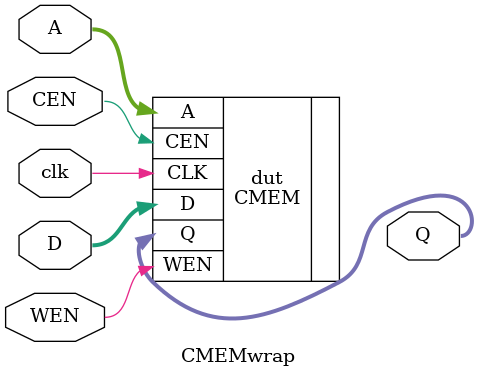
<source format=v>
`timescale 1ns /1ps

module CMEMwrap(clk, Q,CEN, WEN, A, D);

output wire [15:0] Q;
input wire [5:0] A;
input wire [15:0] D;
input wire clk;
input wire CEN;
input wire WEN;

CMEM dut(.CLK(clk),
	.A(A),
	.D(D),
	.CEN(CEN),
	.WEN(WEN),
	.Q(Q));

endmodule

</source>
